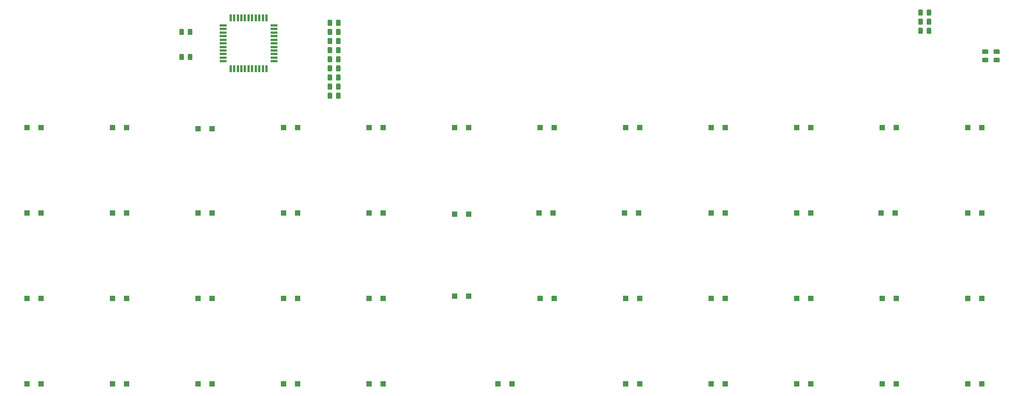
<source format=gbr>
G04 #@! TF.GenerationSoftware,KiCad,Pcbnew,(5.1.0)-1*
G04 #@! TF.CreationDate,2020-09-20T16:45:03-04:00*
G04 #@! TF.ProjectId,keyboard,6b657962-6f61-4726-942e-6b696361645f,rev?*
G04 #@! TF.SameCoordinates,Original*
G04 #@! TF.FileFunction,Paste,Bot*
G04 #@! TF.FilePolarity,Positive*
%FSLAX46Y46*%
G04 Gerber Fmt 4.6, Leading zero omitted, Abs format (unit mm)*
G04 Created by KiCad (PCBNEW (5.1.0)-1) date 2020-09-20 16:45:03*
%MOMM*%
%LPD*%
G04 APERTURE LIST*
%ADD10C,0.020000*%
%ADD11C,0.975000*%
%ADD12R,0.550000X1.500000*%
%ADD13R,1.500000X0.550000*%
%ADD14R,1.200000X1.200000*%
G04 APERTURE END LIST*
D10*
G36*
X95850142Y-54165174D02*
G01*
X95873803Y-54168684D01*
X95897007Y-54174496D01*
X95919529Y-54182554D01*
X95941153Y-54192782D01*
X95961670Y-54205079D01*
X95980883Y-54219329D01*
X95998607Y-54235393D01*
X96014671Y-54253117D01*
X96028921Y-54272330D01*
X96041218Y-54292847D01*
X96051446Y-54314471D01*
X96059504Y-54336993D01*
X96065316Y-54360197D01*
X96068826Y-54383858D01*
X96070000Y-54407750D01*
X96070000Y-55320250D01*
X96068826Y-55344142D01*
X96065316Y-55367803D01*
X96059504Y-55391007D01*
X96051446Y-55413529D01*
X96041218Y-55435153D01*
X96028921Y-55455670D01*
X96014671Y-55474883D01*
X95998607Y-55492607D01*
X95980883Y-55508671D01*
X95961670Y-55522921D01*
X95941153Y-55535218D01*
X95919529Y-55545446D01*
X95897007Y-55553504D01*
X95873803Y-55559316D01*
X95850142Y-55562826D01*
X95826250Y-55564000D01*
X95338750Y-55564000D01*
X95314858Y-55562826D01*
X95291197Y-55559316D01*
X95267993Y-55553504D01*
X95245471Y-55545446D01*
X95223847Y-55535218D01*
X95203330Y-55522921D01*
X95184117Y-55508671D01*
X95166393Y-55492607D01*
X95150329Y-55474883D01*
X95136079Y-55455670D01*
X95123782Y-55435153D01*
X95113554Y-55413529D01*
X95105496Y-55391007D01*
X95099684Y-55367803D01*
X95096174Y-55344142D01*
X95095000Y-55320250D01*
X95095000Y-54407750D01*
X95096174Y-54383858D01*
X95099684Y-54360197D01*
X95105496Y-54336993D01*
X95113554Y-54314471D01*
X95123782Y-54292847D01*
X95136079Y-54272330D01*
X95150329Y-54253117D01*
X95166393Y-54235393D01*
X95184117Y-54219329D01*
X95203330Y-54205079D01*
X95223847Y-54192782D01*
X95245471Y-54182554D01*
X95267993Y-54174496D01*
X95291197Y-54168684D01*
X95314858Y-54165174D01*
X95338750Y-54164000D01*
X95826250Y-54164000D01*
X95850142Y-54165174D01*
X95850142Y-54165174D01*
G37*
D11*
X95582500Y-54864000D03*
D10*
G36*
X97725142Y-54165174D02*
G01*
X97748803Y-54168684D01*
X97772007Y-54174496D01*
X97794529Y-54182554D01*
X97816153Y-54192782D01*
X97836670Y-54205079D01*
X97855883Y-54219329D01*
X97873607Y-54235393D01*
X97889671Y-54253117D01*
X97903921Y-54272330D01*
X97916218Y-54292847D01*
X97926446Y-54314471D01*
X97934504Y-54336993D01*
X97940316Y-54360197D01*
X97943826Y-54383858D01*
X97945000Y-54407750D01*
X97945000Y-55320250D01*
X97943826Y-55344142D01*
X97940316Y-55367803D01*
X97934504Y-55391007D01*
X97926446Y-55413529D01*
X97916218Y-55435153D01*
X97903921Y-55455670D01*
X97889671Y-55474883D01*
X97873607Y-55492607D01*
X97855883Y-55508671D01*
X97836670Y-55522921D01*
X97816153Y-55535218D01*
X97794529Y-55545446D01*
X97772007Y-55553504D01*
X97748803Y-55559316D01*
X97725142Y-55562826D01*
X97701250Y-55564000D01*
X97213750Y-55564000D01*
X97189858Y-55562826D01*
X97166197Y-55559316D01*
X97142993Y-55553504D01*
X97120471Y-55545446D01*
X97098847Y-55535218D01*
X97078330Y-55522921D01*
X97059117Y-55508671D01*
X97041393Y-55492607D01*
X97025329Y-55474883D01*
X97011079Y-55455670D01*
X96998782Y-55435153D01*
X96988554Y-55413529D01*
X96980496Y-55391007D01*
X96974684Y-55367803D01*
X96971174Y-55344142D01*
X96970000Y-55320250D01*
X96970000Y-54407750D01*
X96971174Y-54383858D01*
X96974684Y-54360197D01*
X96980496Y-54336993D01*
X96988554Y-54314471D01*
X96998782Y-54292847D01*
X97011079Y-54272330D01*
X97025329Y-54253117D01*
X97041393Y-54235393D01*
X97059117Y-54219329D01*
X97078330Y-54205079D01*
X97098847Y-54192782D01*
X97120471Y-54182554D01*
X97142993Y-54174496D01*
X97166197Y-54168684D01*
X97189858Y-54165174D01*
X97213750Y-54164000D01*
X97701250Y-54164000D01*
X97725142Y-54165174D01*
X97725142Y-54165174D01*
G37*
D11*
X97457500Y-54864000D03*
D10*
G36*
X95850142Y-52133174D02*
G01*
X95873803Y-52136684D01*
X95897007Y-52142496D01*
X95919529Y-52150554D01*
X95941153Y-52160782D01*
X95961670Y-52173079D01*
X95980883Y-52187329D01*
X95998607Y-52203393D01*
X96014671Y-52221117D01*
X96028921Y-52240330D01*
X96041218Y-52260847D01*
X96051446Y-52282471D01*
X96059504Y-52304993D01*
X96065316Y-52328197D01*
X96068826Y-52351858D01*
X96070000Y-52375750D01*
X96070000Y-53288250D01*
X96068826Y-53312142D01*
X96065316Y-53335803D01*
X96059504Y-53359007D01*
X96051446Y-53381529D01*
X96041218Y-53403153D01*
X96028921Y-53423670D01*
X96014671Y-53442883D01*
X95998607Y-53460607D01*
X95980883Y-53476671D01*
X95961670Y-53490921D01*
X95941153Y-53503218D01*
X95919529Y-53513446D01*
X95897007Y-53521504D01*
X95873803Y-53527316D01*
X95850142Y-53530826D01*
X95826250Y-53532000D01*
X95338750Y-53532000D01*
X95314858Y-53530826D01*
X95291197Y-53527316D01*
X95267993Y-53521504D01*
X95245471Y-53513446D01*
X95223847Y-53503218D01*
X95203330Y-53490921D01*
X95184117Y-53476671D01*
X95166393Y-53460607D01*
X95150329Y-53442883D01*
X95136079Y-53423670D01*
X95123782Y-53403153D01*
X95113554Y-53381529D01*
X95105496Y-53359007D01*
X95099684Y-53335803D01*
X95096174Y-53312142D01*
X95095000Y-53288250D01*
X95095000Y-52375750D01*
X95096174Y-52351858D01*
X95099684Y-52328197D01*
X95105496Y-52304993D01*
X95113554Y-52282471D01*
X95123782Y-52260847D01*
X95136079Y-52240330D01*
X95150329Y-52221117D01*
X95166393Y-52203393D01*
X95184117Y-52187329D01*
X95203330Y-52173079D01*
X95223847Y-52160782D01*
X95245471Y-52150554D01*
X95267993Y-52142496D01*
X95291197Y-52136684D01*
X95314858Y-52133174D01*
X95338750Y-52132000D01*
X95826250Y-52132000D01*
X95850142Y-52133174D01*
X95850142Y-52133174D01*
G37*
D11*
X95582500Y-52832000D03*
D10*
G36*
X97725142Y-52133174D02*
G01*
X97748803Y-52136684D01*
X97772007Y-52142496D01*
X97794529Y-52150554D01*
X97816153Y-52160782D01*
X97836670Y-52173079D01*
X97855883Y-52187329D01*
X97873607Y-52203393D01*
X97889671Y-52221117D01*
X97903921Y-52240330D01*
X97916218Y-52260847D01*
X97926446Y-52282471D01*
X97934504Y-52304993D01*
X97940316Y-52328197D01*
X97943826Y-52351858D01*
X97945000Y-52375750D01*
X97945000Y-53288250D01*
X97943826Y-53312142D01*
X97940316Y-53335803D01*
X97934504Y-53359007D01*
X97926446Y-53381529D01*
X97916218Y-53403153D01*
X97903921Y-53423670D01*
X97889671Y-53442883D01*
X97873607Y-53460607D01*
X97855883Y-53476671D01*
X97836670Y-53490921D01*
X97816153Y-53503218D01*
X97794529Y-53513446D01*
X97772007Y-53521504D01*
X97748803Y-53527316D01*
X97725142Y-53530826D01*
X97701250Y-53532000D01*
X97213750Y-53532000D01*
X97189858Y-53530826D01*
X97166197Y-53527316D01*
X97142993Y-53521504D01*
X97120471Y-53513446D01*
X97098847Y-53503218D01*
X97078330Y-53490921D01*
X97059117Y-53476671D01*
X97041393Y-53460607D01*
X97025329Y-53442883D01*
X97011079Y-53423670D01*
X96998782Y-53403153D01*
X96988554Y-53381529D01*
X96980496Y-53359007D01*
X96974684Y-53335803D01*
X96971174Y-53312142D01*
X96970000Y-53288250D01*
X96970000Y-52375750D01*
X96971174Y-52351858D01*
X96974684Y-52328197D01*
X96980496Y-52304993D01*
X96988554Y-52282471D01*
X96998782Y-52260847D01*
X97011079Y-52240330D01*
X97025329Y-52221117D01*
X97041393Y-52203393D01*
X97059117Y-52187329D01*
X97078330Y-52173079D01*
X97098847Y-52160782D01*
X97120471Y-52150554D01*
X97142993Y-52142496D01*
X97166197Y-52136684D01*
X97189858Y-52133174D01*
X97213750Y-52132000D01*
X97701250Y-52132000D01*
X97725142Y-52133174D01*
X97725142Y-52133174D01*
G37*
D11*
X97457500Y-52832000D03*
D12*
X81470000Y-48880000D03*
X80670000Y-48880000D03*
X79870000Y-48880000D03*
X79070000Y-48880000D03*
X78270000Y-48880000D03*
X77470000Y-48880000D03*
X76670000Y-48880000D03*
X75870000Y-48880000D03*
X75070000Y-48880000D03*
X74270000Y-48880000D03*
X73470000Y-48880000D03*
D13*
X71770000Y-47180000D03*
X71770000Y-46380000D03*
X71770000Y-45580000D03*
X71770000Y-44780000D03*
X71770000Y-43980000D03*
X71770000Y-43180000D03*
X71770000Y-42380000D03*
X71770000Y-41580000D03*
X71770000Y-40780000D03*
X71770000Y-39980000D03*
X71770000Y-39180000D03*
D12*
X73470000Y-37480000D03*
X74270000Y-37480000D03*
X75070000Y-37480000D03*
X75870000Y-37480000D03*
X76670000Y-37480000D03*
X77470000Y-37480000D03*
X78270000Y-37480000D03*
X79070000Y-37480000D03*
X79870000Y-37480000D03*
X80670000Y-37480000D03*
X81470000Y-37480000D03*
D13*
X83170000Y-39180000D03*
X83170000Y-39980000D03*
X83170000Y-40780000D03*
X83170000Y-41580000D03*
X83170000Y-42380000D03*
X83170000Y-43180000D03*
X83170000Y-43980000D03*
X83170000Y-44780000D03*
X83170000Y-45580000D03*
X83170000Y-46380000D03*
X83170000Y-47180000D03*
D10*
G36*
X97725142Y-39941174D02*
G01*
X97748803Y-39944684D01*
X97772007Y-39950496D01*
X97794529Y-39958554D01*
X97816153Y-39968782D01*
X97836670Y-39981079D01*
X97855883Y-39995329D01*
X97873607Y-40011393D01*
X97889671Y-40029117D01*
X97903921Y-40048330D01*
X97916218Y-40068847D01*
X97926446Y-40090471D01*
X97934504Y-40112993D01*
X97940316Y-40136197D01*
X97943826Y-40159858D01*
X97945000Y-40183750D01*
X97945000Y-41096250D01*
X97943826Y-41120142D01*
X97940316Y-41143803D01*
X97934504Y-41167007D01*
X97926446Y-41189529D01*
X97916218Y-41211153D01*
X97903921Y-41231670D01*
X97889671Y-41250883D01*
X97873607Y-41268607D01*
X97855883Y-41284671D01*
X97836670Y-41298921D01*
X97816153Y-41311218D01*
X97794529Y-41321446D01*
X97772007Y-41329504D01*
X97748803Y-41335316D01*
X97725142Y-41338826D01*
X97701250Y-41340000D01*
X97213750Y-41340000D01*
X97189858Y-41338826D01*
X97166197Y-41335316D01*
X97142993Y-41329504D01*
X97120471Y-41321446D01*
X97098847Y-41311218D01*
X97078330Y-41298921D01*
X97059117Y-41284671D01*
X97041393Y-41268607D01*
X97025329Y-41250883D01*
X97011079Y-41231670D01*
X96998782Y-41211153D01*
X96988554Y-41189529D01*
X96980496Y-41167007D01*
X96974684Y-41143803D01*
X96971174Y-41120142D01*
X96970000Y-41096250D01*
X96970000Y-40183750D01*
X96971174Y-40159858D01*
X96974684Y-40136197D01*
X96980496Y-40112993D01*
X96988554Y-40090471D01*
X96998782Y-40068847D01*
X97011079Y-40048330D01*
X97025329Y-40029117D01*
X97041393Y-40011393D01*
X97059117Y-39995329D01*
X97078330Y-39981079D01*
X97098847Y-39968782D01*
X97120471Y-39958554D01*
X97142993Y-39950496D01*
X97166197Y-39944684D01*
X97189858Y-39941174D01*
X97213750Y-39940000D01*
X97701250Y-39940000D01*
X97725142Y-39941174D01*
X97725142Y-39941174D01*
G37*
D11*
X97457500Y-40640000D03*
D10*
G36*
X95850142Y-39941174D02*
G01*
X95873803Y-39944684D01*
X95897007Y-39950496D01*
X95919529Y-39958554D01*
X95941153Y-39968782D01*
X95961670Y-39981079D01*
X95980883Y-39995329D01*
X95998607Y-40011393D01*
X96014671Y-40029117D01*
X96028921Y-40048330D01*
X96041218Y-40068847D01*
X96051446Y-40090471D01*
X96059504Y-40112993D01*
X96065316Y-40136197D01*
X96068826Y-40159858D01*
X96070000Y-40183750D01*
X96070000Y-41096250D01*
X96068826Y-41120142D01*
X96065316Y-41143803D01*
X96059504Y-41167007D01*
X96051446Y-41189529D01*
X96041218Y-41211153D01*
X96028921Y-41231670D01*
X96014671Y-41250883D01*
X95998607Y-41268607D01*
X95980883Y-41284671D01*
X95961670Y-41298921D01*
X95941153Y-41311218D01*
X95919529Y-41321446D01*
X95897007Y-41329504D01*
X95873803Y-41335316D01*
X95850142Y-41338826D01*
X95826250Y-41340000D01*
X95338750Y-41340000D01*
X95314858Y-41338826D01*
X95291197Y-41335316D01*
X95267993Y-41329504D01*
X95245471Y-41321446D01*
X95223847Y-41311218D01*
X95203330Y-41298921D01*
X95184117Y-41284671D01*
X95166393Y-41268607D01*
X95150329Y-41250883D01*
X95136079Y-41231670D01*
X95123782Y-41211153D01*
X95113554Y-41189529D01*
X95105496Y-41167007D01*
X95099684Y-41143803D01*
X95096174Y-41120142D01*
X95095000Y-41096250D01*
X95095000Y-40183750D01*
X95096174Y-40159858D01*
X95099684Y-40136197D01*
X95105496Y-40112993D01*
X95113554Y-40090471D01*
X95123782Y-40068847D01*
X95136079Y-40048330D01*
X95150329Y-40029117D01*
X95166393Y-40011393D01*
X95184117Y-39995329D01*
X95203330Y-39981079D01*
X95223847Y-39968782D01*
X95245471Y-39958554D01*
X95267993Y-39950496D01*
X95291197Y-39944684D01*
X95314858Y-39941174D01*
X95338750Y-39940000D01*
X95826250Y-39940000D01*
X95850142Y-39941174D01*
X95850142Y-39941174D01*
G37*
D11*
X95582500Y-40640000D03*
D10*
G36*
X62830142Y-39941174D02*
G01*
X62853803Y-39944684D01*
X62877007Y-39950496D01*
X62899529Y-39958554D01*
X62921153Y-39968782D01*
X62941670Y-39981079D01*
X62960883Y-39995329D01*
X62978607Y-40011393D01*
X62994671Y-40029117D01*
X63008921Y-40048330D01*
X63021218Y-40068847D01*
X63031446Y-40090471D01*
X63039504Y-40112993D01*
X63045316Y-40136197D01*
X63048826Y-40159858D01*
X63050000Y-40183750D01*
X63050000Y-41096250D01*
X63048826Y-41120142D01*
X63045316Y-41143803D01*
X63039504Y-41167007D01*
X63031446Y-41189529D01*
X63021218Y-41211153D01*
X63008921Y-41231670D01*
X62994671Y-41250883D01*
X62978607Y-41268607D01*
X62960883Y-41284671D01*
X62941670Y-41298921D01*
X62921153Y-41311218D01*
X62899529Y-41321446D01*
X62877007Y-41329504D01*
X62853803Y-41335316D01*
X62830142Y-41338826D01*
X62806250Y-41340000D01*
X62318750Y-41340000D01*
X62294858Y-41338826D01*
X62271197Y-41335316D01*
X62247993Y-41329504D01*
X62225471Y-41321446D01*
X62203847Y-41311218D01*
X62183330Y-41298921D01*
X62164117Y-41284671D01*
X62146393Y-41268607D01*
X62130329Y-41250883D01*
X62116079Y-41231670D01*
X62103782Y-41211153D01*
X62093554Y-41189529D01*
X62085496Y-41167007D01*
X62079684Y-41143803D01*
X62076174Y-41120142D01*
X62075000Y-41096250D01*
X62075000Y-40183750D01*
X62076174Y-40159858D01*
X62079684Y-40136197D01*
X62085496Y-40112993D01*
X62093554Y-40090471D01*
X62103782Y-40068847D01*
X62116079Y-40048330D01*
X62130329Y-40029117D01*
X62146393Y-40011393D01*
X62164117Y-39995329D01*
X62183330Y-39981079D01*
X62203847Y-39968782D01*
X62225471Y-39958554D01*
X62247993Y-39950496D01*
X62271197Y-39944684D01*
X62294858Y-39941174D01*
X62318750Y-39940000D01*
X62806250Y-39940000D01*
X62830142Y-39941174D01*
X62830142Y-39941174D01*
G37*
D11*
X62562500Y-40640000D03*
D10*
G36*
X64705142Y-39941174D02*
G01*
X64728803Y-39944684D01*
X64752007Y-39950496D01*
X64774529Y-39958554D01*
X64796153Y-39968782D01*
X64816670Y-39981079D01*
X64835883Y-39995329D01*
X64853607Y-40011393D01*
X64869671Y-40029117D01*
X64883921Y-40048330D01*
X64896218Y-40068847D01*
X64906446Y-40090471D01*
X64914504Y-40112993D01*
X64920316Y-40136197D01*
X64923826Y-40159858D01*
X64925000Y-40183750D01*
X64925000Y-41096250D01*
X64923826Y-41120142D01*
X64920316Y-41143803D01*
X64914504Y-41167007D01*
X64906446Y-41189529D01*
X64896218Y-41211153D01*
X64883921Y-41231670D01*
X64869671Y-41250883D01*
X64853607Y-41268607D01*
X64835883Y-41284671D01*
X64816670Y-41298921D01*
X64796153Y-41311218D01*
X64774529Y-41321446D01*
X64752007Y-41329504D01*
X64728803Y-41335316D01*
X64705142Y-41338826D01*
X64681250Y-41340000D01*
X64193750Y-41340000D01*
X64169858Y-41338826D01*
X64146197Y-41335316D01*
X64122993Y-41329504D01*
X64100471Y-41321446D01*
X64078847Y-41311218D01*
X64058330Y-41298921D01*
X64039117Y-41284671D01*
X64021393Y-41268607D01*
X64005329Y-41250883D01*
X63991079Y-41231670D01*
X63978782Y-41211153D01*
X63968554Y-41189529D01*
X63960496Y-41167007D01*
X63954684Y-41143803D01*
X63951174Y-41120142D01*
X63950000Y-41096250D01*
X63950000Y-40183750D01*
X63951174Y-40159858D01*
X63954684Y-40136197D01*
X63960496Y-40112993D01*
X63968554Y-40090471D01*
X63978782Y-40068847D01*
X63991079Y-40048330D01*
X64005329Y-40029117D01*
X64021393Y-40011393D01*
X64039117Y-39995329D01*
X64058330Y-39981079D01*
X64078847Y-39968782D01*
X64100471Y-39958554D01*
X64122993Y-39950496D01*
X64146197Y-39944684D01*
X64169858Y-39941174D01*
X64193750Y-39940000D01*
X64681250Y-39940000D01*
X64705142Y-39941174D01*
X64705142Y-39941174D01*
G37*
D11*
X64437500Y-40640000D03*
D10*
G36*
X64705142Y-45529174D02*
G01*
X64728803Y-45532684D01*
X64752007Y-45538496D01*
X64774529Y-45546554D01*
X64796153Y-45556782D01*
X64816670Y-45569079D01*
X64835883Y-45583329D01*
X64853607Y-45599393D01*
X64869671Y-45617117D01*
X64883921Y-45636330D01*
X64896218Y-45656847D01*
X64906446Y-45678471D01*
X64914504Y-45700993D01*
X64920316Y-45724197D01*
X64923826Y-45747858D01*
X64925000Y-45771750D01*
X64925000Y-46684250D01*
X64923826Y-46708142D01*
X64920316Y-46731803D01*
X64914504Y-46755007D01*
X64906446Y-46777529D01*
X64896218Y-46799153D01*
X64883921Y-46819670D01*
X64869671Y-46838883D01*
X64853607Y-46856607D01*
X64835883Y-46872671D01*
X64816670Y-46886921D01*
X64796153Y-46899218D01*
X64774529Y-46909446D01*
X64752007Y-46917504D01*
X64728803Y-46923316D01*
X64705142Y-46926826D01*
X64681250Y-46928000D01*
X64193750Y-46928000D01*
X64169858Y-46926826D01*
X64146197Y-46923316D01*
X64122993Y-46917504D01*
X64100471Y-46909446D01*
X64078847Y-46899218D01*
X64058330Y-46886921D01*
X64039117Y-46872671D01*
X64021393Y-46856607D01*
X64005329Y-46838883D01*
X63991079Y-46819670D01*
X63978782Y-46799153D01*
X63968554Y-46777529D01*
X63960496Y-46755007D01*
X63954684Y-46731803D01*
X63951174Y-46708142D01*
X63950000Y-46684250D01*
X63950000Y-45771750D01*
X63951174Y-45747858D01*
X63954684Y-45724197D01*
X63960496Y-45700993D01*
X63968554Y-45678471D01*
X63978782Y-45656847D01*
X63991079Y-45636330D01*
X64005329Y-45617117D01*
X64021393Y-45599393D01*
X64039117Y-45583329D01*
X64058330Y-45569079D01*
X64078847Y-45556782D01*
X64100471Y-45546554D01*
X64122993Y-45538496D01*
X64146197Y-45532684D01*
X64169858Y-45529174D01*
X64193750Y-45528000D01*
X64681250Y-45528000D01*
X64705142Y-45529174D01*
X64705142Y-45529174D01*
G37*
D11*
X64437500Y-46228000D03*
D10*
G36*
X62830142Y-45529174D02*
G01*
X62853803Y-45532684D01*
X62877007Y-45538496D01*
X62899529Y-45546554D01*
X62921153Y-45556782D01*
X62941670Y-45569079D01*
X62960883Y-45583329D01*
X62978607Y-45599393D01*
X62994671Y-45617117D01*
X63008921Y-45636330D01*
X63021218Y-45656847D01*
X63031446Y-45678471D01*
X63039504Y-45700993D01*
X63045316Y-45724197D01*
X63048826Y-45747858D01*
X63050000Y-45771750D01*
X63050000Y-46684250D01*
X63048826Y-46708142D01*
X63045316Y-46731803D01*
X63039504Y-46755007D01*
X63031446Y-46777529D01*
X63021218Y-46799153D01*
X63008921Y-46819670D01*
X62994671Y-46838883D01*
X62978607Y-46856607D01*
X62960883Y-46872671D01*
X62941670Y-46886921D01*
X62921153Y-46899218D01*
X62899529Y-46909446D01*
X62877007Y-46917504D01*
X62853803Y-46923316D01*
X62830142Y-46926826D01*
X62806250Y-46928000D01*
X62318750Y-46928000D01*
X62294858Y-46926826D01*
X62271197Y-46923316D01*
X62247993Y-46917504D01*
X62225471Y-46909446D01*
X62203847Y-46899218D01*
X62183330Y-46886921D01*
X62164117Y-46872671D01*
X62146393Y-46856607D01*
X62130329Y-46838883D01*
X62116079Y-46819670D01*
X62103782Y-46799153D01*
X62093554Y-46777529D01*
X62085496Y-46755007D01*
X62079684Y-46731803D01*
X62076174Y-46708142D01*
X62075000Y-46684250D01*
X62075000Y-45771750D01*
X62076174Y-45747858D01*
X62079684Y-45724197D01*
X62085496Y-45700993D01*
X62093554Y-45678471D01*
X62103782Y-45656847D01*
X62116079Y-45636330D01*
X62130329Y-45617117D01*
X62146393Y-45599393D01*
X62164117Y-45583329D01*
X62183330Y-45569079D01*
X62203847Y-45556782D01*
X62225471Y-45546554D01*
X62247993Y-45538496D01*
X62271197Y-45532684D01*
X62294858Y-45529174D01*
X62318750Y-45528000D01*
X62806250Y-45528000D01*
X62830142Y-45529174D01*
X62830142Y-45529174D01*
G37*
D11*
X62562500Y-46228000D03*
D10*
G36*
X95850142Y-41973174D02*
G01*
X95873803Y-41976684D01*
X95897007Y-41982496D01*
X95919529Y-41990554D01*
X95941153Y-42000782D01*
X95961670Y-42013079D01*
X95980883Y-42027329D01*
X95998607Y-42043393D01*
X96014671Y-42061117D01*
X96028921Y-42080330D01*
X96041218Y-42100847D01*
X96051446Y-42122471D01*
X96059504Y-42144993D01*
X96065316Y-42168197D01*
X96068826Y-42191858D01*
X96070000Y-42215750D01*
X96070000Y-43128250D01*
X96068826Y-43152142D01*
X96065316Y-43175803D01*
X96059504Y-43199007D01*
X96051446Y-43221529D01*
X96041218Y-43243153D01*
X96028921Y-43263670D01*
X96014671Y-43282883D01*
X95998607Y-43300607D01*
X95980883Y-43316671D01*
X95961670Y-43330921D01*
X95941153Y-43343218D01*
X95919529Y-43353446D01*
X95897007Y-43361504D01*
X95873803Y-43367316D01*
X95850142Y-43370826D01*
X95826250Y-43372000D01*
X95338750Y-43372000D01*
X95314858Y-43370826D01*
X95291197Y-43367316D01*
X95267993Y-43361504D01*
X95245471Y-43353446D01*
X95223847Y-43343218D01*
X95203330Y-43330921D01*
X95184117Y-43316671D01*
X95166393Y-43300607D01*
X95150329Y-43282883D01*
X95136079Y-43263670D01*
X95123782Y-43243153D01*
X95113554Y-43221529D01*
X95105496Y-43199007D01*
X95099684Y-43175803D01*
X95096174Y-43152142D01*
X95095000Y-43128250D01*
X95095000Y-42215750D01*
X95096174Y-42191858D01*
X95099684Y-42168197D01*
X95105496Y-42144993D01*
X95113554Y-42122471D01*
X95123782Y-42100847D01*
X95136079Y-42080330D01*
X95150329Y-42061117D01*
X95166393Y-42043393D01*
X95184117Y-42027329D01*
X95203330Y-42013079D01*
X95223847Y-42000782D01*
X95245471Y-41990554D01*
X95267993Y-41982496D01*
X95291197Y-41976684D01*
X95314858Y-41973174D01*
X95338750Y-41972000D01*
X95826250Y-41972000D01*
X95850142Y-41973174D01*
X95850142Y-41973174D01*
G37*
D11*
X95582500Y-42672000D03*
D10*
G36*
X97725142Y-41973174D02*
G01*
X97748803Y-41976684D01*
X97772007Y-41982496D01*
X97794529Y-41990554D01*
X97816153Y-42000782D01*
X97836670Y-42013079D01*
X97855883Y-42027329D01*
X97873607Y-42043393D01*
X97889671Y-42061117D01*
X97903921Y-42080330D01*
X97916218Y-42100847D01*
X97926446Y-42122471D01*
X97934504Y-42144993D01*
X97940316Y-42168197D01*
X97943826Y-42191858D01*
X97945000Y-42215750D01*
X97945000Y-43128250D01*
X97943826Y-43152142D01*
X97940316Y-43175803D01*
X97934504Y-43199007D01*
X97926446Y-43221529D01*
X97916218Y-43243153D01*
X97903921Y-43263670D01*
X97889671Y-43282883D01*
X97873607Y-43300607D01*
X97855883Y-43316671D01*
X97836670Y-43330921D01*
X97816153Y-43343218D01*
X97794529Y-43353446D01*
X97772007Y-43361504D01*
X97748803Y-43367316D01*
X97725142Y-43370826D01*
X97701250Y-43372000D01*
X97213750Y-43372000D01*
X97189858Y-43370826D01*
X97166197Y-43367316D01*
X97142993Y-43361504D01*
X97120471Y-43353446D01*
X97098847Y-43343218D01*
X97078330Y-43330921D01*
X97059117Y-43316671D01*
X97041393Y-43300607D01*
X97025329Y-43282883D01*
X97011079Y-43263670D01*
X96998782Y-43243153D01*
X96988554Y-43221529D01*
X96980496Y-43199007D01*
X96974684Y-43175803D01*
X96971174Y-43152142D01*
X96970000Y-43128250D01*
X96970000Y-42215750D01*
X96971174Y-42191858D01*
X96974684Y-42168197D01*
X96980496Y-42144993D01*
X96988554Y-42122471D01*
X96998782Y-42100847D01*
X97011079Y-42080330D01*
X97025329Y-42061117D01*
X97041393Y-42043393D01*
X97059117Y-42027329D01*
X97078330Y-42013079D01*
X97098847Y-42000782D01*
X97120471Y-41990554D01*
X97142993Y-41982496D01*
X97166197Y-41976684D01*
X97189858Y-41973174D01*
X97213750Y-41972000D01*
X97701250Y-41972000D01*
X97725142Y-41973174D01*
X97725142Y-41973174D01*
G37*
D11*
X97457500Y-42672000D03*
D10*
G36*
X97725142Y-44005174D02*
G01*
X97748803Y-44008684D01*
X97772007Y-44014496D01*
X97794529Y-44022554D01*
X97816153Y-44032782D01*
X97836670Y-44045079D01*
X97855883Y-44059329D01*
X97873607Y-44075393D01*
X97889671Y-44093117D01*
X97903921Y-44112330D01*
X97916218Y-44132847D01*
X97926446Y-44154471D01*
X97934504Y-44176993D01*
X97940316Y-44200197D01*
X97943826Y-44223858D01*
X97945000Y-44247750D01*
X97945000Y-45160250D01*
X97943826Y-45184142D01*
X97940316Y-45207803D01*
X97934504Y-45231007D01*
X97926446Y-45253529D01*
X97916218Y-45275153D01*
X97903921Y-45295670D01*
X97889671Y-45314883D01*
X97873607Y-45332607D01*
X97855883Y-45348671D01*
X97836670Y-45362921D01*
X97816153Y-45375218D01*
X97794529Y-45385446D01*
X97772007Y-45393504D01*
X97748803Y-45399316D01*
X97725142Y-45402826D01*
X97701250Y-45404000D01*
X97213750Y-45404000D01*
X97189858Y-45402826D01*
X97166197Y-45399316D01*
X97142993Y-45393504D01*
X97120471Y-45385446D01*
X97098847Y-45375218D01*
X97078330Y-45362921D01*
X97059117Y-45348671D01*
X97041393Y-45332607D01*
X97025329Y-45314883D01*
X97011079Y-45295670D01*
X96998782Y-45275153D01*
X96988554Y-45253529D01*
X96980496Y-45231007D01*
X96974684Y-45207803D01*
X96971174Y-45184142D01*
X96970000Y-45160250D01*
X96970000Y-44247750D01*
X96971174Y-44223858D01*
X96974684Y-44200197D01*
X96980496Y-44176993D01*
X96988554Y-44154471D01*
X96998782Y-44132847D01*
X97011079Y-44112330D01*
X97025329Y-44093117D01*
X97041393Y-44075393D01*
X97059117Y-44059329D01*
X97078330Y-44045079D01*
X97098847Y-44032782D01*
X97120471Y-44022554D01*
X97142993Y-44014496D01*
X97166197Y-44008684D01*
X97189858Y-44005174D01*
X97213750Y-44004000D01*
X97701250Y-44004000D01*
X97725142Y-44005174D01*
X97725142Y-44005174D01*
G37*
D11*
X97457500Y-44704000D03*
D10*
G36*
X95850142Y-44005174D02*
G01*
X95873803Y-44008684D01*
X95897007Y-44014496D01*
X95919529Y-44022554D01*
X95941153Y-44032782D01*
X95961670Y-44045079D01*
X95980883Y-44059329D01*
X95998607Y-44075393D01*
X96014671Y-44093117D01*
X96028921Y-44112330D01*
X96041218Y-44132847D01*
X96051446Y-44154471D01*
X96059504Y-44176993D01*
X96065316Y-44200197D01*
X96068826Y-44223858D01*
X96070000Y-44247750D01*
X96070000Y-45160250D01*
X96068826Y-45184142D01*
X96065316Y-45207803D01*
X96059504Y-45231007D01*
X96051446Y-45253529D01*
X96041218Y-45275153D01*
X96028921Y-45295670D01*
X96014671Y-45314883D01*
X95998607Y-45332607D01*
X95980883Y-45348671D01*
X95961670Y-45362921D01*
X95941153Y-45375218D01*
X95919529Y-45385446D01*
X95897007Y-45393504D01*
X95873803Y-45399316D01*
X95850142Y-45402826D01*
X95826250Y-45404000D01*
X95338750Y-45404000D01*
X95314858Y-45402826D01*
X95291197Y-45399316D01*
X95267993Y-45393504D01*
X95245471Y-45385446D01*
X95223847Y-45375218D01*
X95203330Y-45362921D01*
X95184117Y-45348671D01*
X95166393Y-45332607D01*
X95150329Y-45314883D01*
X95136079Y-45295670D01*
X95123782Y-45275153D01*
X95113554Y-45253529D01*
X95105496Y-45231007D01*
X95099684Y-45207803D01*
X95096174Y-45184142D01*
X95095000Y-45160250D01*
X95095000Y-44247750D01*
X95096174Y-44223858D01*
X95099684Y-44200197D01*
X95105496Y-44176993D01*
X95113554Y-44154471D01*
X95123782Y-44132847D01*
X95136079Y-44112330D01*
X95150329Y-44093117D01*
X95166393Y-44075393D01*
X95184117Y-44059329D01*
X95203330Y-44045079D01*
X95223847Y-44032782D01*
X95245471Y-44022554D01*
X95267993Y-44014496D01*
X95291197Y-44008684D01*
X95314858Y-44005174D01*
X95338750Y-44004000D01*
X95826250Y-44004000D01*
X95850142Y-44005174D01*
X95850142Y-44005174D01*
G37*
D11*
X95582500Y-44704000D03*
D10*
G36*
X95850142Y-46037174D02*
G01*
X95873803Y-46040684D01*
X95897007Y-46046496D01*
X95919529Y-46054554D01*
X95941153Y-46064782D01*
X95961670Y-46077079D01*
X95980883Y-46091329D01*
X95998607Y-46107393D01*
X96014671Y-46125117D01*
X96028921Y-46144330D01*
X96041218Y-46164847D01*
X96051446Y-46186471D01*
X96059504Y-46208993D01*
X96065316Y-46232197D01*
X96068826Y-46255858D01*
X96070000Y-46279750D01*
X96070000Y-47192250D01*
X96068826Y-47216142D01*
X96065316Y-47239803D01*
X96059504Y-47263007D01*
X96051446Y-47285529D01*
X96041218Y-47307153D01*
X96028921Y-47327670D01*
X96014671Y-47346883D01*
X95998607Y-47364607D01*
X95980883Y-47380671D01*
X95961670Y-47394921D01*
X95941153Y-47407218D01*
X95919529Y-47417446D01*
X95897007Y-47425504D01*
X95873803Y-47431316D01*
X95850142Y-47434826D01*
X95826250Y-47436000D01*
X95338750Y-47436000D01*
X95314858Y-47434826D01*
X95291197Y-47431316D01*
X95267993Y-47425504D01*
X95245471Y-47417446D01*
X95223847Y-47407218D01*
X95203330Y-47394921D01*
X95184117Y-47380671D01*
X95166393Y-47364607D01*
X95150329Y-47346883D01*
X95136079Y-47327670D01*
X95123782Y-47307153D01*
X95113554Y-47285529D01*
X95105496Y-47263007D01*
X95099684Y-47239803D01*
X95096174Y-47216142D01*
X95095000Y-47192250D01*
X95095000Y-46279750D01*
X95096174Y-46255858D01*
X95099684Y-46232197D01*
X95105496Y-46208993D01*
X95113554Y-46186471D01*
X95123782Y-46164847D01*
X95136079Y-46144330D01*
X95150329Y-46125117D01*
X95166393Y-46107393D01*
X95184117Y-46091329D01*
X95203330Y-46077079D01*
X95223847Y-46064782D01*
X95245471Y-46054554D01*
X95267993Y-46046496D01*
X95291197Y-46040684D01*
X95314858Y-46037174D01*
X95338750Y-46036000D01*
X95826250Y-46036000D01*
X95850142Y-46037174D01*
X95850142Y-46037174D01*
G37*
D11*
X95582500Y-46736000D03*
D10*
G36*
X97725142Y-46037174D02*
G01*
X97748803Y-46040684D01*
X97772007Y-46046496D01*
X97794529Y-46054554D01*
X97816153Y-46064782D01*
X97836670Y-46077079D01*
X97855883Y-46091329D01*
X97873607Y-46107393D01*
X97889671Y-46125117D01*
X97903921Y-46144330D01*
X97916218Y-46164847D01*
X97926446Y-46186471D01*
X97934504Y-46208993D01*
X97940316Y-46232197D01*
X97943826Y-46255858D01*
X97945000Y-46279750D01*
X97945000Y-47192250D01*
X97943826Y-47216142D01*
X97940316Y-47239803D01*
X97934504Y-47263007D01*
X97926446Y-47285529D01*
X97916218Y-47307153D01*
X97903921Y-47327670D01*
X97889671Y-47346883D01*
X97873607Y-47364607D01*
X97855883Y-47380671D01*
X97836670Y-47394921D01*
X97816153Y-47407218D01*
X97794529Y-47417446D01*
X97772007Y-47425504D01*
X97748803Y-47431316D01*
X97725142Y-47434826D01*
X97701250Y-47436000D01*
X97213750Y-47436000D01*
X97189858Y-47434826D01*
X97166197Y-47431316D01*
X97142993Y-47425504D01*
X97120471Y-47417446D01*
X97098847Y-47407218D01*
X97078330Y-47394921D01*
X97059117Y-47380671D01*
X97041393Y-47364607D01*
X97025329Y-47346883D01*
X97011079Y-47327670D01*
X96998782Y-47307153D01*
X96988554Y-47285529D01*
X96980496Y-47263007D01*
X96974684Y-47239803D01*
X96971174Y-47216142D01*
X96970000Y-47192250D01*
X96970000Y-46279750D01*
X96971174Y-46255858D01*
X96974684Y-46232197D01*
X96980496Y-46208993D01*
X96988554Y-46186471D01*
X96998782Y-46164847D01*
X97011079Y-46144330D01*
X97025329Y-46125117D01*
X97041393Y-46107393D01*
X97059117Y-46091329D01*
X97078330Y-46077079D01*
X97098847Y-46064782D01*
X97120471Y-46054554D01*
X97142993Y-46046496D01*
X97166197Y-46040684D01*
X97189858Y-46037174D01*
X97213750Y-46036000D01*
X97701250Y-46036000D01*
X97725142Y-46037174D01*
X97725142Y-46037174D01*
G37*
D11*
X97457500Y-46736000D03*
D10*
G36*
X97725142Y-48069174D02*
G01*
X97748803Y-48072684D01*
X97772007Y-48078496D01*
X97794529Y-48086554D01*
X97816153Y-48096782D01*
X97836670Y-48109079D01*
X97855883Y-48123329D01*
X97873607Y-48139393D01*
X97889671Y-48157117D01*
X97903921Y-48176330D01*
X97916218Y-48196847D01*
X97926446Y-48218471D01*
X97934504Y-48240993D01*
X97940316Y-48264197D01*
X97943826Y-48287858D01*
X97945000Y-48311750D01*
X97945000Y-49224250D01*
X97943826Y-49248142D01*
X97940316Y-49271803D01*
X97934504Y-49295007D01*
X97926446Y-49317529D01*
X97916218Y-49339153D01*
X97903921Y-49359670D01*
X97889671Y-49378883D01*
X97873607Y-49396607D01*
X97855883Y-49412671D01*
X97836670Y-49426921D01*
X97816153Y-49439218D01*
X97794529Y-49449446D01*
X97772007Y-49457504D01*
X97748803Y-49463316D01*
X97725142Y-49466826D01*
X97701250Y-49468000D01*
X97213750Y-49468000D01*
X97189858Y-49466826D01*
X97166197Y-49463316D01*
X97142993Y-49457504D01*
X97120471Y-49449446D01*
X97098847Y-49439218D01*
X97078330Y-49426921D01*
X97059117Y-49412671D01*
X97041393Y-49396607D01*
X97025329Y-49378883D01*
X97011079Y-49359670D01*
X96998782Y-49339153D01*
X96988554Y-49317529D01*
X96980496Y-49295007D01*
X96974684Y-49271803D01*
X96971174Y-49248142D01*
X96970000Y-49224250D01*
X96970000Y-48311750D01*
X96971174Y-48287858D01*
X96974684Y-48264197D01*
X96980496Y-48240993D01*
X96988554Y-48218471D01*
X96998782Y-48196847D01*
X97011079Y-48176330D01*
X97025329Y-48157117D01*
X97041393Y-48139393D01*
X97059117Y-48123329D01*
X97078330Y-48109079D01*
X97098847Y-48096782D01*
X97120471Y-48086554D01*
X97142993Y-48078496D01*
X97166197Y-48072684D01*
X97189858Y-48069174D01*
X97213750Y-48068000D01*
X97701250Y-48068000D01*
X97725142Y-48069174D01*
X97725142Y-48069174D01*
G37*
D11*
X97457500Y-48768000D03*
D10*
G36*
X95850142Y-48069174D02*
G01*
X95873803Y-48072684D01*
X95897007Y-48078496D01*
X95919529Y-48086554D01*
X95941153Y-48096782D01*
X95961670Y-48109079D01*
X95980883Y-48123329D01*
X95998607Y-48139393D01*
X96014671Y-48157117D01*
X96028921Y-48176330D01*
X96041218Y-48196847D01*
X96051446Y-48218471D01*
X96059504Y-48240993D01*
X96065316Y-48264197D01*
X96068826Y-48287858D01*
X96070000Y-48311750D01*
X96070000Y-49224250D01*
X96068826Y-49248142D01*
X96065316Y-49271803D01*
X96059504Y-49295007D01*
X96051446Y-49317529D01*
X96041218Y-49339153D01*
X96028921Y-49359670D01*
X96014671Y-49378883D01*
X95998607Y-49396607D01*
X95980883Y-49412671D01*
X95961670Y-49426921D01*
X95941153Y-49439218D01*
X95919529Y-49449446D01*
X95897007Y-49457504D01*
X95873803Y-49463316D01*
X95850142Y-49466826D01*
X95826250Y-49468000D01*
X95338750Y-49468000D01*
X95314858Y-49466826D01*
X95291197Y-49463316D01*
X95267993Y-49457504D01*
X95245471Y-49449446D01*
X95223847Y-49439218D01*
X95203330Y-49426921D01*
X95184117Y-49412671D01*
X95166393Y-49396607D01*
X95150329Y-49378883D01*
X95136079Y-49359670D01*
X95123782Y-49339153D01*
X95113554Y-49317529D01*
X95105496Y-49295007D01*
X95099684Y-49271803D01*
X95096174Y-49248142D01*
X95095000Y-49224250D01*
X95095000Y-48311750D01*
X95096174Y-48287858D01*
X95099684Y-48264197D01*
X95105496Y-48240993D01*
X95113554Y-48218471D01*
X95123782Y-48196847D01*
X95136079Y-48176330D01*
X95150329Y-48157117D01*
X95166393Y-48139393D01*
X95184117Y-48123329D01*
X95203330Y-48109079D01*
X95223847Y-48096782D01*
X95245471Y-48086554D01*
X95267993Y-48078496D01*
X95291197Y-48072684D01*
X95314858Y-48069174D01*
X95338750Y-48068000D01*
X95826250Y-48068000D01*
X95850142Y-48069174D01*
X95850142Y-48069174D01*
G37*
D11*
X95582500Y-48768000D03*
D10*
G36*
X97725142Y-50101174D02*
G01*
X97748803Y-50104684D01*
X97772007Y-50110496D01*
X97794529Y-50118554D01*
X97816153Y-50128782D01*
X97836670Y-50141079D01*
X97855883Y-50155329D01*
X97873607Y-50171393D01*
X97889671Y-50189117D01*
X97903921Y-50208330D01*
X97916218Y-50228847D01*
X97926446Y-50250471D01*
X97934504Y-50272993D01*
X97940316Y-50296197D01*
X97943826Y-50319858D01*
X97945000Y-50343750D01*
X97945000Y-51256250D01*
X97943826Y-51280142D01*
X97940316Y-51303803D01*
X97934504Y-51327007D01*
X97926446Y-51349529D01*
X97916218Y-51371153D01*
X97903921Y-51391670D01*
X97889671Y-51410883D01*
X97873607Y-51428607D01*
X97855883Y-51444671D01*
X97836670Y-51458921D01*
X97816153Y-51471218D01*
X97794529Y-51481446D01*
X97772007Y-51489504D01*
X97748803Y-51495316D01*
X97725142Y-51498826D01*
X97701250Y-51500000D01*
X97213750Y-51500000D01*
X97189858Y-51498826D01*
X97166197Y-51495316D01*
X97142993Y-51489504D01*
X97120471Y-51481446D01*
X97098847Y-51471218D01*
X97078330Y-51458921D01*
X97059117Y-51444671D01*
X97041393Y-51428607D01*
X97025329Y-51410883D01*
X97011079Y-51391670D01*
X96998782Y-51371153D01*
X96988554Y-51349529D01*
X96980496Y-51327007D01*
X96974684Y-51303803D01*
X96971174Y-51280142D01*
X96970000Y-51256250D01*
X96970000Y-50343750D01*
X96971174Y-50319858D01*
X96974684Y-50296197D01*
X96980496Y-50272993D01*
X96988554Y-50250471D01*
X96998782Y-50228847D01*
X97011079Y-50208330D01*
X97025329Y-50189117D01*
X97041393Y-50171393D01*
X97059117Y-50155329D01*
X97078330Y-50141079D01*
X97098847Y-50128782D01*
X97120471Y-50118554D01*
X97142993Y-50110496D01*
X97166197Y-50104684D01*
X97189858Y-50101174D01*
X97213750Y-50100000D01*
X97701250Y-50100000D01*
X97725142Y-50101174D01*
X97725142Y-50101174D01*
G37*
D11*
X97457500Y-50800000D03*
D10*
G36*
X95850142Y-50101174D02*
G01*
X95873803Y-50104684D01*
X95897007Y-50110496D01*
X95919529Y-50118554D01*
X95941153Y-50128782D01*
X95961670Y-50141079D01*
X95980883Y-50155329D01*
X95998607Y-50171393D01*
X96014671Y-50189117D01*
X96028921Y-50208330D01*
X96041218Y-50228847D01*
X96051446Y-50250471D01*
X96059504Y-50272993D01*
X96065316Y-50296197D01*
X96068826Y-50319858D01*
X96070000Y-50343750D01*
X96070000Y-51256250D01*
X96068826Y-51280142D01*
X96065316Y-51303803D01*
X96059504Y-51327007D01*
X96051446Y-51349529D01*
X96041218Y-51371153D01*
X96028921Y-51391670D01*
X96014671Y-51410883D01*
X95998607Y-51428607D01*
X95980883Y-51444671D01*
X95961670Y-51458921D01*
X95941153Y-51471218D01*
X95919529Y-51481446D01*
X95897007Y-51489504D01*
X95873803Y-51495316D01*
X95850142Y-51498826D01*
X95826250Y-51500000D01*
X95338750Y-51500000D01*
X95314858Y-51498826D01*
X95291197Y-51495316D01*
X95267993Y-51489504D01*
X95245471Y-51481446D01*
X95223847Y-51471218D01*
X95203330Y-51458921D01*
X95184117Y-51444671D01*
X95166393Y-51428607D01*
X95150329Y-51410883D01*
X95136079Y-51391670D01*
X95123782Y-51371153D01*
X95113554Y-51349529D01*
X95105496Y-51327007D01*
X95099684Y-51303803D01*
X95096174Y-51280142D01*
X95095000Y-51256250D01*
X95095000Y-50343750D01*
X95096174Y-50319858D01*
X95099684Y-50296197D01*
X95105496Y-50272993D01*
X95113554Y-50250471D01*
X95123782Y-50228847D01*
X95136079Y-50208330D01*
X95150329Y-50189117D01*
X95166393Y-50171393D01*
X95184117Y-50155329D01*
X95203330Y-50141079D01*
X95223847Y-50128782D01*
X95245471Y-50118554D01*
X95267993Y-50110496D01*
X95291197Y-50104684D01*
X95314858Y-50101174D01*
X95338750Y-50100000D01*
X95826250Y-50100000D01*
X95850142Y-50101174D01*
X95850142Y-50101174D01*
G37*
D11*
X95582500Y-50800000D03*
D14*
X31293000Y-61976000D03*
X28143000Y-61976000D03*
X47193000Y-61976000D03*
X50343000Y-61976000D03*
X69342000Y-62230000D03*
X66192000Y-62230000D03*
X85293000Y-61976000D03*
X88443000Y-61976000D03*
X104343000Y-61976000D03*
X107493000Y-61976000D03*
X126543000Y-61976000D03*
X123393000Y-61976000D03*
X145593000Y-61976000D03*
X142443000Y-61976000D03*
X164643000Y-61976000D03*
X161493000Y-61976000D03*
X183693000Y-61976000D03*
X180543000Y-61976000D03*
X199593000Y-61976000D03*
X202743000Y-61976000D03*
X221793000Y-61976000D03*
X218643000Y-61976000D03*
X237693000Y-61976000D03*
X240843000Y-61976000D03*
X28143000Y-81026000D03*
X31293000Y-81026000D03*
X50343000Y-81026000D03*
X47193000Y-81026000D03*
X69393000Y-81026000D03*
X66243000Y-81026000D03*
X88443000Y-81026000D03*
X85293000Y-81026000D03*
X107493000Y-81026000D03*
X104343000Y-81026000D03*
X123393000Y-81280000D03*
X126543000Y-81280000D03*
X145339000Y-81026000D03*
X142189000Y-81026000D03*
X161239000Y-81026000D03*
X164389000Y-81026000D03*
X180543000Y-81026000D03*
X183693000Y-81026000D03*
X202743000Y-81026000D03*
X199593000Y-81026000D03*
X218389000Y-81026000D03*
X221539000Y-81026000D03*
X237693000Y-81026000D03*
X240843000Y-81026000D03*
X28143000Y-100076000D03*
X31293000Y-100076000D03*
X50343000Y-100076000D03*
X47193000Y-100076000D03*
X69393000Y-100076000D03*
X66243000Y-100076000D03*
X88443000Y-100076000D03*
X85293000Y-100076000D03*
X104343000Y-100076000D03*
X107493000Y-100076000D03*
X126543000Y-99568000D03*
X123393000Y-99568000D03*
X145593000Y-100076000D03*
X142443000Y-100076000D03*
X161493000Y-100076000D03*
X164643000Y-100076000D03*
X180543000Y-100076000D03*
X183693000Y-100076000D03*
X199593000Y-100076000D03*
X202743000Y-100076000D03*
X221793000Y-100076000D03*
X218643000Y-100076000D03*
X237693000Y-100076000D03*
X240843000Y-100076000D03*
X28143000Y-119126000D03*
X31293000Y-119126000D03*
X50343000Y-119126000D03*
X47193000Y-119126000D03*
X66243000Y-119126000D03*
X69393000Y-119126000D03*
X88443000Y-119126000D03*
X85293000Y-119126000D03*
X104343000Y-119126000D03*
X107493000Y-119126000D03*
X133045000Y-119126000D03*
X136195000Y-119126000D03*
X161493000Y-119126000D03*
X164643000Y-119126000D03*
X183693000Y-119126000D03*
X180543000Y-119126000D03*
X202743000Y-119126000D03*
X199593000Y-119126000D03*
X218643000Y-119126000D03*
X221793000Y-119126000D03*
X240843000Y-119126000D03*
X237693000Y-119126000D03*
D10*
G36*
X229297142Y-39687174D02*
G01*
X229320803Y-39690684D01*
X229344007Y-39696496D01*
X229366529Y-39704554D01*
X229388153Y-39714782D01*
X229408670Y-39727079D01*
X229427883Y-39741329D01*
X229445607Y-39757393D01*
X229461671Y-39775117D01*
X229475921Y-39794330D01*
X229488218Y-39814847D01*
X229498446Y-39836471D01*
X229506504Y-39858993D01*
X229512316Y-39882197D01*
X229515826Y-39905858D01*
X229517000Y-39929750D01*
X229517000Y-40842250D01*
X229515826Y-40866142D01*
X229512316Y-40889803D01*
X229506504Y-40913007D01*
X229498446Y-40935529D01*
X229488218Y-40957153D01*
X229475921Y-40977670D01*
X229461671Y-40996883D01*
X229445607Y-41014607D01*
X229427883Y-41030671D01*
X229408670Y-41044921D01*
X229388153Y-41057218D01*
X229366529Y-41067446D01*
X229344007Y-41075504D01*
X229320803Y-41081316D01*
X229297142Y-41084826D01*
X229273250Y-41086000D01*
X228785750Y-41086000D01*
X228761858Y-41084826D01*
X228738197Y-41081316D01*
X228714993Y-41075504D01*
X228692471Y-41067446D01*
X228670847Y-41057218D01*
X228650330Y-41044921D01*
X228631117Y-41030671D01*
X228613393Y-41014607D01*
X228597329Y-40996883D01*
X228583079Y-40977670D01*
X228570782Y-40957153D01*
X228560554Y-40935529D01*
X228552496Y-40913007D01*
X228546684Y-40889803D01*
X228543174Y-40866142D01*
X228542000Y-40842250D01*
X228542000Y-39929750D01*
X228543174Y-39905858D01*
X228546684Y-39882197D01*
X228552496Y-39858993D01*
X228560554Y-39836471D01*
X228570782Y-39814847D01*
X228583079Y-39794330D01*
X228597329Y-39775117D01*
X228613393Y-39757393D01*
X228631117Y-39741329D01*
X228650330Y-39727079D01*
X228670847Y-39714782D01*
X228692471Y-39704554D01*
X228714993Y-39696496D01*
X228738197Y-39690684D01*
X228761858Y-39687174D01*
X228785750Y-39686000D01*
X229273250Y-39686000D01*
X229297142Y-39687174D01*
X229297142Y-39687174D01*
G37*
D11*
X229029500Y-40386000D03*
D10*
G36*
X227422142Y-39687174D02*
G01*
X227445803Y-39690684D01*
X227469007Y-39696496D01*
X227491529Y-39704554D01*
X227513153Y-39714782D01*
X227533670Y-39727079D01*
X227552883Y-39741329D01*
X227570607Y-39757393D01*
X227586671Y-39775117D01*
X227600921Y-39794330D01*
X227613218Y-39814847D01*
X227623446Y-39836471D01*
X227631504Y-39858993D01*
X227637316Y-39882197D01*
X227640826Y-39905858D01*
X227642000Y-39929750D01*
X227642000Y-40842250D01*
X227640826Y-40866142D01*
X227637316Y-40889803D01*
X227631504Y-40913007D01*
X227623446Y-40935529D01*
X227613218Y-40957153D01*
X227600921Y-40977670D01*
X227586671Y-40996883D01*
X227570607Y-41014607D01*
X227552883Y-41030671D01*
X227533670Y-41044921D01*
X227513153Y-41057218D01*
X227491529Y-41067446D01*
X227469007Y-41075504D01*
X227445803Y-41081316D01*
X227422142Y-41084826D01*
X227398250Y-41086000D01*
X226910750Y-41086000D01*
X226886858Y-41084826D01*
X226863197Y-41081316D01*
X226839993Y-41075504D01*
X226817471Y-41067446D01*
X226795847Y-41057218D01*
X226775330Y-41044921D01*
X226756117Y-41030671D01*
X226738393Y-41014607D01*
X226722329Y-40996883D01*
X226708079Y-40977670D01*
X226695782Y-40957153D01*
X226685554Y-40935529D01*
X226677496Y-40913007D01*
X226671684Y-40889803D01*
X226668174Y-40866142D01*
X226667000Y-40842250D01*
X226667000Y-39929750D01*
X226668174Y-39905858D01*
X226671684Y-39882197D01*
X226677496Y-39858993D01*
X226685554Y-39836471D01*
X226695782Y-39814847D01*
X226708079Y-39794330D01*
X226722329Y-39775117D01*
X226738393Y-39757393D01*
X226756117Y-39741329D01*
X226775330Y-39727079D01*
X226795847Y-39714782D01*
X226817471Y-39704554D01*
X226839993Y-39696496D01*
X226863197Y-39690684D01*
X226886858Y-39687174D01*
X226910750Y-39686000D01*
X227398250Y-39686000D01*
X227422142Y-39687174D01*
X227422142Y-39687174D01*
G37*
D11*
X227154500Y-40386000D03*
D10*
G36*
X97725142Y-37909174D02*
G01*
X97748803Y-37912684D01*
X97772007Y-37918496D01*
X97794529Y-37926554D01*
X97816153Y-37936782D01*
X97836670Y-37949079D01*
X97855883Y-37963329D01*
X97873607Y-37979393D01*
X97889671Y-37997117D01*
X97903921Y-38016330D01*
X97916218Y-38036847D01*
X97926446Y-38058471D01*
X97934504Y-38080993D01*
X97940316Y-38104197D01*
X97943826Y-38127858D01*
X97945000Y-38151750D01*
X97945000Y-39064250D01*
X97943826Y-39088142D01*
X97940316Y-39111803D01*
X97934504Y-39135007D01*
X97926446Y-39157529D01*
X97916218Y-39179153D01*
X97903921Y-39199670D01*
X97889671Y-39218883D01*
X97873607Y-39236607D01*
X97855883Y-39252671D01*
X97836670Y-39266921D01*
X97816153Y-39279218D01*
X97794529Y-39289446D01*
X97772007Y-39297504D01*
X97748803Y-39303316D01*
X97725142Y-39306826D01*
X97701250Y-39308000D01*
X97213750Y-39308000D01*
X97189858Y-39306826D01*
X97166197Y-39303316D01*
X97142993Y-39297504D01*
X97120471Y-39289446D01*
X97098847Y-39279218D01*
X97078330Y-39266921D01*
X97059117Y-39252671D01*
X97041393Y-39236607D01*
X97025329Y-39218883D01*
X97011079Y-39199670D01*
X96998782Y-39179153D01*
X96988554Y-39157529D01*
X96980496Y-39135007D01*
X96974684Y-39111803D01*
X96971174Y-39088142D01*
X96970000Y-39064250D01*
X96970000Y-38151750D01*
X96971174Y-38127858D01*
X96974684Y-38104197D01*
X96980496Y-38080993D01*
X96988554Y-38058471D01*
X96998782Y-38036847D01*
X97011079Y-38016330D01*
X97025329Y-37997117D01*
X97041393Y-37979393D01*
X97059117Y-37963329D01*
X97078330Y-37949079D01*
X97098847Y-37936782D01*
X97120471Y-37926554D01*
X97142993Y-37918496D01*
X97166197Y-37912684D01*
X97189858Y-37909174D01*
X97213750Y-37908000D01*
X97701250Y-37908000D01*
X97725142Y-37909174D01*
X97725142Y-37909174D01*
G37*
D11*
X97457500Y-38608000D03*
D10*
G36*
X95850142Y-37909174D02*
G01*
X95873803Y-37912684D01*
X95897007Y-37918496D01*
X95919529Y-37926554D01*
X95941153Y-37936782D01*
X95961670Y-37949079D01*
X95980883Y-37963329D01*
X95998607Y-37979393D01*
X96014671Y-37997117D01*
X96028921Y-38016330D01*
X96041218Y-38036847D01*
X96051446Y-38058471D01*
X96059504Y-38080993D01*
X96065316Y-38104197D01*
X96068826Y-38127858D01*
X96070000Y-38151750D01*
X96070000Y-39064250D01*
X96068826Y-39088142D01*
X96065316Y-39111803D01*
X96059504Y-39135007D01*
X96051446Y-39157529D01*
X96041218Y-39179153D01*
X96028921Y-39199670D01*
X96014671Y-39218883D01*
X95998607Y-39236607D01*
X95980883Y-39252671D01*
X95961670Y-39266921D01*
X95941153Y-39279218D01*
X95919529Y-39289446D01*
X95897007Y-39297504D01*
X95873803Y-39303316D01*
X95850142Y-39306826D01*
X95826250Y-39308000D01*
X95338750Y-39308000D01*
X95314858Y-39306826D01*
X95291197Y-39303316D01*
X95267993Y-39297504D01*
X95245471Y-39289446D01*
X95223847Y-39279218D01*
X95203330Y-39266921D01*
X95184117Y-39252671D01*
X95166393Y-39236607D01*
X95150329Y-39218883D01*
X95136079Y-39199670D01*
X95123782Y-39179153D01*
X95113554Y-39157529D01*
X95105496Y-39135007D01*
X95099684Y-39111803D01*
X95096174Y-39088142D01*
X95095000Y-39064250D01*
X95095000Y-38151750D01*
X95096174Y-38127858D01*
X95099684Y-38104197D01*
X95105496Y-38080993D01*
X95113554Y-38058471D01*
X95123782Y-38036847D01*
X95136079Y-38016330D01*
X95150329Y-37997117D01*
X95166393Y-37979393D01*
X95184117Y-37963329D01*
X95203330Y-37949079D01*
X95223847Y-37936782D01*
X95245471Y-37926554D01*
X95267993Y-37918496D01*
X95291197Y-37912684D01*
X95314858Y-37909174D01*
X95338750Y-37908000D01*
X95826250Y-37908000D01*
X95850142Y-37909174D01*
X95850142Y-37909174D01*
G37*
D11*
X95582500Y-38608000D03*
D10*
G36*
X229297142Y-37655174D02*
G01*
X229320803Y-37658684D01*
X229344007Y-37664496D01*
X229366529Y-37672554D01*
X229388153Y-37682782D01*
X229408670Y-37695079D01*
X229427883Y-37709329D01*
X229445607Y-37725393D01*
X229461671Y-37743117D01*
X229475921Y-37762330D01*
X229488218Y-37782847D01*
X229498446Y-37804471D01*
X229506504Y-37826993D01*
X229512316Y-37850197D01*
X229515826Y-37873858D01*
X229517000Y-37897750D01*
X229517000Y-38810250D01*
X229515826Y-38834142D01*
X229512316Y-38857803D01*
X229506504Y-38881007D01*
X229498446Y-38903529D01*
X229488218Y-38925153D01*
X229475921Y-38945670D01*
X229461671Y-38964883D01*
X229445607Y-38982607D01*
X229427883Y-38998671D01*
X229408670Y-39012921D01*
X229388153Y-39025218D01*
X229366529Y-39035446D01*
X229344007Y-39043504D01*
X229320803Y-39049316D01*
X229297142Y-39052826D01*
X229273250Y-39054000D01*
X228785750Y-39054000D01*
X228761858Y-39052826D01*
X228738197Y-39049316D01*
X228714993Y-39043504D01*
X228692471Y-39035446D01*
X228670847Y-39025218D01*
X228650330Y-39012921D01*
X228631117Y-38998671D01*
X228613393Y-38982607D01*
X228597329Y-38964883D01*
X228583079Y-38945670D01*
X228570782Y-38925153D01*
X228560554Y-38903529D01*
X228552496Y-38881007D01*
X228546684Y-38857803D01*
X228543174Y-38834142D01*
X228542000Y-38810250D01*
X228542000Y-37897750D01*
X228543174Y-37873858D01*
X228546684Y-37850197D01*
X228552496Y-37826993D01*
X228560554Y-37804471D01*
X228570782Y-37782847D01*
X228583079Y-37762330D01*
X228597329Y-37743117D01*
X228613393Y-37725393D01*
X228631117Y-37709329D01*
X228650330Y-37695079D01*
X228670847Y-37682782D01*
X228692471Y-37672554D01*
X228714993Y-37664496D01*
X228738197Y-37658684D01*
X228761858Y-37655174D01*
X228785750Y-37654000D01*
X229273250Y-37654000D01*
X229297142Y-37655174D01*
X229297142Y-37655174D01*
G37*
D11*
X229029500Y-38354000D03*
D10*
G36*
X227422142Y-37655174D02*
G01*
X227445803Y-37658684D01*
X227469007Y-37664496D01*
X227491529Y-37672554D01*
X227513153Y-37682782D01*
X227533670Y-37695079D01*
X227552883Y-37709329D01*
X227570607Y-37725393D01*
X227586671Y-37743117D01*
X227600921Y-37762330D01*
X227613218Y-37782847D01*
X227623446Y-37804471D01*
X227631504Y-37826993D01*
X227637316Y-37850197D01*
X227640826Y-37873858D01*
X227642000Y-37897750D01*
X227642000Y-38810250D01*
X227640826Y-38834142D01*
X227637316Y-38857803D01*
X227631504Y-38881007D01*
X227623446Y-38903529D01*
X227613218Y-38925153D01*
X227600921Y-38945670D01*
X227586671Y-38964883D01*
X227570607Y-38982607D01*
X227552883Y-38998671D01*
X227533670Y-39012921D01*
X227513153Y-39025218D01*
X227491529Y-39035446D01*
X227469007Y-39043504D01*
X227445803Y-39049316D01*
X227422142Y-39052826D01*
X227398250Y-39054000D01*
X226910750Y-39054000D01*
X226886858Y-39052826D01*
X226863197Y-39049316D01*
X226839993Y-39043504D01*
X226817471Y-39035446D01*
X226795847Y-39025218D01*
X226775330Y-39012921D01*
X226756117Y-38998671D01*
X226738393Y-38982607D01*
X226722329Y-38964883D01*
X226708079Y-38945670D01*
X226695782Y-38925153D01*
X226685554Y-38903529D01*
X226677496Y-38881007D01*
X226671684Y-38857803D01*
X226668174Y-38834142D01*
X226667000Y-38810250D01*
X226667000Y-37897750D01*
X226668174Y-37873858D01*
X226671684Y-37850197D01*
X226677496Y-37826993D01*
X226685554Y-37804471D01*
X226695782Y-37782847D01*
X226708079Y-37762330D01*
X226722329Y-37743117D01*
X226738393Y-37725393D01*
X226756117Y-37709329D01*
X226775330Y-37695079D01*
X226795847Y-37682782D01*
X226817471Y-37672554D01*
X226839993Y-37664496D01*
X226863197Y-37658684D01*
X226886858Y-37655174D01*
X226910750Y-37654000D01*
X227398250Y-37654000D01*
X227422142Y-37655174D01*
X227422142Y-37655174D01*
G37*
D11*
X227154500Y-38354000D03*
D10*
G36*
X227422142Y-35623174D02*
G01*
X227445803Y-35626684D01*
X227469007Y-35632496D01*
X227491529Y-35640554D01*
X227513153Y-35650782D01*
X227533670Y-35663079D01*
X227552883Y-35677329D01*
X227570607Y-35693393D01*
X227586671Y-35711117D01*
X227600921Y-35730330D01*
X227613218Y-35750847D01*
X227623446Y-35772471D01*
X227631504Y-35794993D01*
X227637316Y-35818197D01*
X227640826Y-35841858D01*
X227642000Y-35865750D01*
X227642000Y-36778250D01*
X227640826Y-36802142D01*
X227637316Y-36825803D01*
X227631504Y-36849007D01*
X227623446Y-36871529D01*
X227613218Y-36893153D01*
X227600921Y-36913670D01*
X227586671Y-36932883D01*
X227570607Y-36950607D01*
X227552883Y-36966671D01*
X227533670Y-36980921D01*
X227513153Y-36993218D01*
X227491529Y-37003446D01*
X227469007Y-37011504D01*
X227445803Y-37017316D01*
X227422142Y-37020826D01*
X227398250Y-37022000D01*
X226910750Y-37022000D01*
X226886858Y-37020826D01*
X226863197Y-37017316D01*
X226839993Y-37011504D01*
X226817471Y-37003446D01*
X226795847Y-36993218D01*
X226775330Y-36980921D01*
X226756117Y-36966671D01*
X226738393Y-36950607D01*
X226722329Y-36932883D01*
X226708079Y-36913670D01*
X226695782Y-36893153D01*
X226685554Y-36871529D01*
X226677496Y-36849007D01*
X226671684Y-36825803D01*
X226668174Y-36802142D01*
X226667000Y-36778250D01*
X226667000Y-35865750D01*
X226668174Y-35841858D01*
X226671684Y-35818197D01*
X226677496Y-35794993D01*
X226685554Y-35772471D01*
X226695782Y-35750847D01*
X226708079Y-35730330D01*
X226722329Y-35711117D01*
X226738393Y-35693393D01*
X226756117Y-35677329D01*
X226775330Y-35663079D01*
X226795847Y-35650782D01*
X226817471Y-35640554D01*
X226839993Y-35632496D01*
X226863197Y-35626684D01*
X226886858Y-35623174D01*
X226910750Y-35622000D01*
X227398250Y-35622000D01*
X227422142Y-35623174D01*
X227422142Y-35623174D01*
G37*
D11*
X227154500Y-36322000D03*
D10*
G36*
X229297142Y-35623174D02*
G01*
X229320803Y-35626684D01*
X229344007Y-35632496D01*
X229366529Y-35640554D01*
X229388153Y-35650782D01*
X229408670Y-35663079D01*
X229427883Y-35677329D01*
X229445607Y-35693393D01*
X229461671Y-35711117D01*
X229475921Y-35730330D01*
X229488218Y-35750847D01*
X229498446Y-35772471D01*
X229506504Y-35794993D01*
X229512316Y-35818197D01*
X229515826Y-35841858D01*
X229517000Y-35865750D01*
X229517000Y-36778250D01*
X229515826Y-36802142D01*
X229512316Y-36825803D01*
X229506504Y-36849007D01*
X229498446Y-36871529D01*
X229488218Y-36893153D01*
X229475921Y-36913670D01*
X229461671Y-36932883D01*
X229445607Y-36950607D01*
X229427883Y-36966671D01*
X229408670Y-36980921D01*
X229388153Y-36993218D01*
X229366529Y-37003446D01*
X229344007Y-37011504D01*
X229320803Y-37017316D01*
X229297142Y-37020826D01*
X229273250Y-37022000D01*
X228785750Y-37022000D01*
X228761858Y-37020826D01*
X228738197Y-37017316D01*
X228714993Y-37011504D01*
X228692471Y-37003446D01*
X228670847Y-36993218D01*
X228650330Y-36980921D01*
X228631117Y-36966671D01*
X228613393Y-36950607D01*
X228597329Y-36932883D01*
X228583079Y-36913670D01*
X228570782Y-36893153D01*
X228560554Y-36871529D01*
X228552496Y-36849007D01*
X228546684Y-36825803D01*
X228543174Y-36802142D01*
X228542000Y-36778250D01*
X228542000Y-35865750D01*
X228543174Y-35841858D01*
X228546684Y-35818197D01*
X228552496Y-35794993D01*
X228560554Y-35772471D01*
X228570782Y-35750847D01*
X228583079Y-35730330D01*
X228597329Y-35711117D01*
X228613393Y-35693393D01*
X228631117Y-35677329D01*
X228650330Y-35663079D01*
X228670847Y-35650782D01*
X228692471Y-35640554D01*
X228714993Y-35632496D01*
X228738197Y-35626684D01*
X228761858Y-35623174D01*
X228785750Y-35622000D01*
X229273250Y-35622000D01*
X229297142Y-35623174D01*
X229297142Y-35623174D01*
G37*
D11*
X229029500Y-36322000D03*
D10*
G36*
X244574142Y-46425174D02*
G01*
X244597803Y-46428684D01*
X244621007Y-46434496D01*
X244643529Y-46442554D01*
X244665153Y-46452782D01*
X244685670Y-46465079D01*
X244704883Y-46479329D01*
X244722607Y-46495393D01*
X244738671Y-46513117D01*
X244752921Y-46532330D01*
X244765218Y-46552847D01*
X244775446Y-46574471D01*
X244783504Y-46596993D01*
X244789316Y-46620197D01*
X244792826Y-46643858D01*
X244794000Y-46667750D01*
X244794000Y-47155250D01*
X244792826Y-47179142D01*
X244789316Y-47202803D01*
X244783504Y-47226007D01*
X244775446Y-47248529D01*
X244765218Y-47270153D01*
X244752921Y-47290670D01*
X244738671Y-47309883D01*
X244722607Y-47327607D01*
X244704883Y-47343671D01*
X244685670Y-47357921D01*
X244665153Y-47370218D01*
X244643529Y-47380446D01*
X244621007Y-47388504D01*
X244597803Y-47394316D01*
X244574142Y-47397826D01*
X244550250Y-47399000D01*
X243637750Y-47399000D01*
X243613858Y-47397826D01*
X243590197Y-47394316D01*
X243566993Y-47388504D01*
X243544471Y-47380446D01*
X243522847Y-47370218D01*
X243502330Y-47357921D01*
X243483117Y-47343671D01*
X243465393Y-47327607D01*
X243449329Y-47309883D01*
X243435079Y-47290670D01*
X243422782Y-47270153D01*
X243412554Y-47248529D01*
X243404496Y-47226007D01*
X243398684Y-47202803D01*
X243395174Y-47179142D01*
X243394000Y-47155250D01*
X243394000Y-46667750D01*
X243395174Y-46643858D01*
X243398684Y-46620197D01*
X243404496Y-46596993D01*
X243412554Y-46574471D01*
X243422782Y-46552847D01*
X243435079Y-46532330D01*
X243449329Y-46513117D01*
X243465393Y-46495393D01*
X243483117Y-46479329D01*
X243502330Y-46465079D01*
X243522847Y-46452782D01*
X243544471Y-46442554D01*
X243566993Y-46434496D01*
X243590197Y-46428684D01*
X243613858Y-46425174D01*
X243637750Y-46424000D01*
X244550250Y-46424000D01*
X244574142Y-46425174D01*
X244574142Y-46425174D01*
G37*
D11*
X244094000Y-46911500D03*
D10*
G36*
X244574142Y-44550174D02*
G01*
X244597803Y-44553684D01*
X244621007Y-44559496D01*
X244643529Y-44567554D01*
X244665153Y-44577782D01*
X244685670Y-44590079D01*
X244704883Y-44604329D01*
X244722607Y-44620393D01*
X244738671Y-44638117D01*
X244752921Y-44657330D01*
X244765218Y-44677847D01*
X244775446Y-44699471D01*
X244783504Y-44721993D01*
X244789316Y-44745197D01*
X244792826Y-44768858D01*
X244794000Y-44792750D01*
X244794000Y-45280250D01*
X244792826Y-45304142D01*
X244789316Y-45327803D01*
X244783504Y-45351007D01*
X244775446Y-45373529D01*
X244765218Y-45395153D01*
X244752921Y-45415670D01*
X244738671Y-45434883D01*
X244722607Y-45452607D01*
X244704883Y-45468671D01*
X244685670Y-45482921D01*
X244665153Y-45495218D01*
X244643529Y-45505446D01*
X244621007Y-45513504D01*
X244597803Y-45519316D01*
X244574142Y-45522826D01*
X244550250Y-45524000D01*
X243637750Y-45524000D01*
X243613858Y-45522826D01*
X243590197Y-45519316D01*
X243566993Y-45513504D01*
X243544471Y-45505446D01*
X243522847Y-45495218D01*
X243502330Y-45482921D01*
X243483117Y-45468671D01*
X243465393Y-45452607D01*
X243449329Y-45434883D01*
X243435079Y-45415670D01*
X243422782Y-45395153D01*
X243412554Y-45373529D01*
X243404496Y-45351007D01*
X243398684Y-45327803D01*
X243395174Y-45304142D01*
X243394000Y-45280250D01*
X243394000Y-44792750D01*
X243395174Y-44768858D01*
X243398684Y-44745197D01*
X243404496Y-44721993D01*
X243412554Y-44699471D01*
X243422782Y-44677847D01*
X243435079Y-44657330D01*
X243449329Y-44638117D01*
X243465393Y-44620393D01*
X243483117Y-44604329D01*
X243502330Y-44590079D01*
X243522847Y-44577782D01*
X243544471Y-44567554D01*
X243566993Y-44559496D01*
X243590197Y-44553684D01*
X243613858Y-44550174D01*
X243637750Y-44549000D01*
X244550250Y-44549000D01*
X244574142Y-44550174D01*
X244574142Y-44550174D01*
G37*
D11*
X244094000Y-45036500D03*
D10*
G36*
X242034142Y-44550174D02*
G01*
X242057803Y-44553684D01*
X242081007Y-44559496D01*
X242103529Y-44567554D01*
X242125153Y-44577782D01*
X242145670Y-44590079D01*
X242164883Y-44604329D01*
X242182607Y-44620393D01*
X242198671Y-44638117D01*
X242212921Y-44657330D01*
X242225218Y-44677847D01*
X242235446Y-44699471D01*
X242243504Y-44721993D01*
X242249316Y-44745197D01*
X242252826Y-44768858D01*
X242254000Y-44792750D01*
X242254000Y-45280250D01*
X242252826Y-45304142D01*
X242249316Y-45327803D01*
X242243504Y-45351007D01*
X242235446Y-45373529D01*
X242225218Y-45395153D01*
X242212921Y-45415670D01*
X242198671Y-45434883D01*
X242182607Y-45452607D01*
X242164883Y-45468671D01*
X242145670Y-45482921D01*
X242125153Y-45495218D01*
X242103529Y-45505446D01*
X242081007Y-45513504D01*
X242057803Y-45519316D01*
X242034142Y-45522826D01*
X242010250Y-45524000D01*
X241097750Y-45524000D01*
X241073858Y-45522826D01*
X241050197Y-45519316D01*
X241026993Y-45513504D01*
X241004471Y-45505446D01*
X240982847Y-45495218D01*
X240962330Y-45482921D01*
X240943117Y-45468671D01*
X240925393Y-45452607D01*
X240909329Y-45434883D01*
X240895079Y-45415670D01*
X240882782Y-45395153D01*
X240872554Y-45373529D01*
X240864496Y-45351007D01*
X240858684Y-45327803D01*
X240855174Y-45304142D01*
X240854000Y-45280250D01*
X240854000Y-44792750D01*
X240855174Y-44768858D01*
X240858684Y-44745197D01*
X240864496Y-44721993D01*
X240872554Y-44699471D01*
X240882782Y-44677847D01*
X240895079Y-44657330D01*
X240909329Y-44638117D01*
X240925393Y-44620393D01*
X240943117Y-44604329D01*
X240962330Y-44590079D01*
X240982847Y-44577782D01*
X241004471Y-44567554D01*
X241026993Y-44559496D01*
X241050197Y-44553684D01*
X241073858Y-44550174D01*
X241097750Y-44549000D01*
X242010250Y-44549000D01*
X242034142Y-44550174D01*
X242034142Y-44550174D01*
G37*
D11*
X241554000Y-45036500D03*
D10*
G36*
X242034142Y-46425174D02*
G01*
X242057803Y-46428684D01*
X242081007Y-46434496D01*
X242103529Y-46442554D01*
X242125153Y-46452782D01*
X242145670Y-46465079D01*
X242164883Y-46479329D01*
X242182607Y-46495393D01*
X242198671Y-46513117D01*
X242212921Y-46532330D01*
X242225218Y-46552847D01*
X242235446Y-46574471D01*
X242243504Y-46596993D01*
X242249316Y-46620197D01*
X242252826Y-46643858D01*
X242254000Y-46667750D01*
X242254000Y-47155250D01*
X242252826Y-47179142D01*
X242249316Y-47202803D01*
X242243504Y-47226007D01*
X242235446Y-47248529D01*
X242225218Y-47270153D01*
X242212921Y-47290670D01*
X242198671Y-47309883D01*
X242182607Y-47327607D01*
X242164883Y-47343671D01*
X242145670Y-47357921D01*
X242125153Y-47370218D01*
X242103529Y-47380446D01*
X242081007Y-47388504D01*
X242057803Y-47394316D01*
X242034142Y-47397826D01*
X242010250Y-47399000D01*
X241097750Y-47399000D01*
X241073858Y-47397826D01*
X241050197Y-47394316D01*
X241026993Y-47388504D01*
X241004471Y-47380446D01*
X240982847Y-47370218D01*
X240962330Y-47357921D01*
X240943117Y-47343671D01*
X240925393Y-47327607D01*
X240909329Y-47309883D01*
X240895079Y-47290670D01*
X240882782Y-47270153D01*
X240872554Y-47248529D01*
X240864496Y-47226007D01*
X240858684Y-47202803D01*
X240855174Y-47179142D01*
X240854000Y-47155250D01*
X240854000Y-46667750D01*
X240855174Y-46643858D01*
X240858684Y-46620197D01*
X240864496Y-46596993D01*
X240872554Y-46574471D01*
X240882782Y-46552847D01*
X240895079Y-46532330D01*
X240909329Y-46513117D01*
X240925393Y-46495393D01*
X240943117Y-46479329D01*
X240962330Y-46465079D01*
X240982847Y-46452782D01*
X241004471Y-46442554D01*
X241026993Y-46434496D01*
X241050197Y-46428684D01*
X241073858Y-46425174D01*
X241097750Y-46424000D01*
X242010250Y-46424000D01*
X242034142Y-46425174D01*
X242034142Y-46425174D01*
G37*
D11*
X241554000Y-46911500D03*
M02*

</source>
